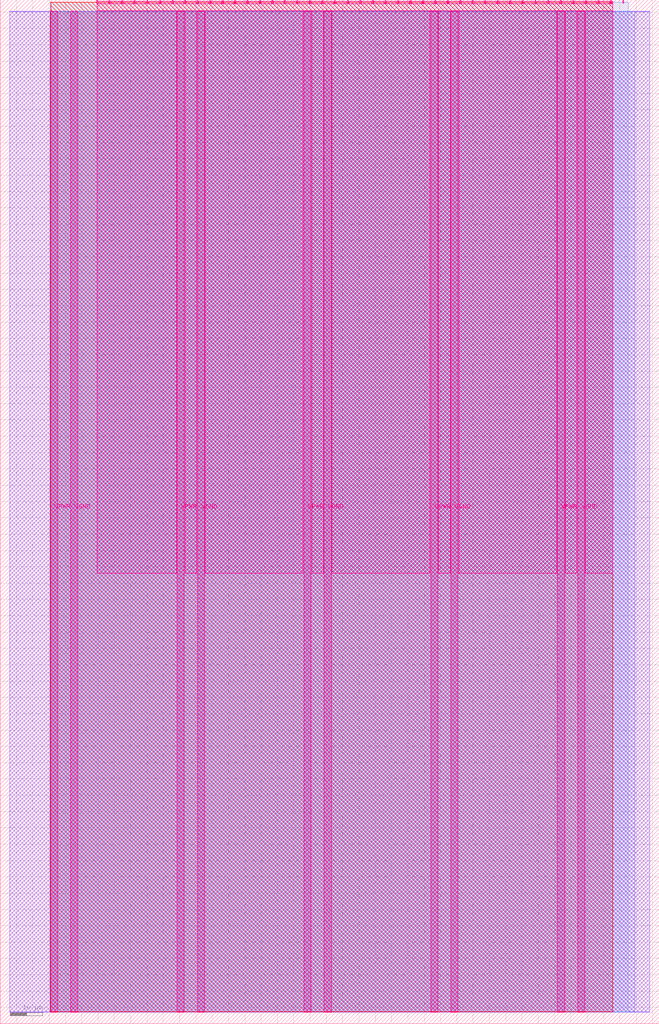
<source format=lef>
VERSION 5.7 ;
  NOWIREEXTENSIONATPIN ON ;
  DIVIDERCHAR "/" ;
  BUSBITCHARS "[]" ;
MACRO tt_um_dlmiles_tt08_poc_uart
  CLASS BLOCK ;
  FOREIGN tt_um_dlmiles_tt08_poc_uart ;
  ORIGIN 0.000 0.000 ;
  SIZE 202.080 BY 313.740 ;
  PIN VGND
    DIRECTION INOUT ;
    USE GROUND ;
    PORT
      LAYER Metal5 ;
        RECT 21.580 3.560 23.780 310.180 ;
    END
    PORT
      LAYER Metal5 ;
        RECT 60.450 3.560 62.650 310.180 ;
    END
    PORT
      LAYER Metal5 ;
        RECT 99.320 3.560 101.520 310.180 ;
    END
    PORT
      LAYER Metal5 ;
        RECT 138.190 3.560 140.390 310.180 ;
    END
    PORT
      LAYER Metal5 ;
        RECT 177.060 3.560 179.260 310.180 ;
    END
  END VGND
  PIN VPWR
    DIRECTION INOUT ;
    USE POWER ;
    PORT
      LAYER Metal5 ;
        RECT 15.380 3.560 17.580 310.180 ;
    END
    PORT
      LAYER Metal5 ;
        RECT 54.250 3.560 56.450 310.180 ;
    END
    PORT
      LAYER Metal5 ;
        RECT 93.120 3.560 95.320 310.180 ;
    END
    PORT
      LAYER Metal5 ;
        RECT 131.990 3.560 134.190 310.180 ;
    END
    PORT
      LAYER Metal5 ;
        RECT 170.860 3.560 173.060 310.180 ;
    END
  END VPWR
  PIN clk
    DIRECTION INPUT ;
    USE SIGNAL ;
    ANTENNAGATEAREA 0.426400 ;
    PORT
      LAYER Metal5 ;
        RECT 187.050 312.740 187.350 313.740 ;
    END
  END clk
  PIN ena
    DIRECTION INPUT ;
    USE SIGNAL ;
    PORT
      LAYER Metal5 ;
        RECT 190.890 312.740 191.190 313.740 ;
    END
  END ena
  PIN rst_n
    DIRECTION INPUT ;
    USE SIGNAL ;
    ANTENNAGATEAREA 0.180700 ;
    PORT
      LAYER Metal5 ;
        RECT 183.210 312.740 183.510 313.740 ;
    END
  END rst_n
  PIN ui_in[0]
    DIRECTION INPUT ;
    USE SIGNAL ;
    PORT
      LAYER Metal5 ;
        RECT 179.370 312.740 179.670 313.740 ;
    END
  END ui_in[0]
  PIN ui_in[1]
    DIRECTION INPUT ;
    USE SIGNAL ;
    ANTENNAGATEAREA 0.213200 ;
    PORT
      LAYER Metal5 ;
        RECT 175.530 312.740 175.830 313.740 ;
    END
  END ui_in[1]
  PIN ui_in[2]
    DIRECTION INPUT ;
    USE SIGNAL ;
    ANTENNAGATEAREA 0.213200 ;
    PORT
      LAYER Metal5 ;
        RECT 171.690 312.740 171.990 313.740 ;
    END
  END ui_in[2]
  PIN ui_in[3]
    DIRECTION INPUT ;
    USE SIGNAL ;
    PORT
      LAYER Metal5 ;
        RECT 167.850 312.740 168.150 313.740 ;
    END
  END ui_in[3]
  PIN ui_in[4]
    DIRECTION INPUT ;
    USE SIGNAL ;
    ANTENNAGATEAREA 0.180700 ;
    PORT
      LAYER Metal5 ;
        RECT 164.010 312.740 164.310 313.740 ;
    END
  END ui_in[4]
  PIN ui_in[5]
    DIRECTION INPUT ;
    USE SIGNAL ;
    ANTENNAGATEAREA 0.213200 ;
    PORT
      LAYER Metal5 ;
        RECT 160.170 312.740 160.470 313.740 ;
    END
  END ui_in[5]
  PIN ui_in[6]
    DIRECTION INPUT ;
    USE SIGNAL ;
    ANTENNAGATEAREA 0.180700 ;
    PORT
      LAYER Metal5 ;
        RECT 156.330 312.740 156.630 313.740 ;
    END
  END ui_in[6]
  PIN ui_in[7]
    DIRECTION INPUT ;
    USE SIGNAL ;
    ANTENNAGATEAREA 0.180700 ;
    PORT
      LAYER Metal5 ;
        RECT 152.490 312.740 152.790 313.740 ;
    END
  END ui_in[7]
  PIN uio_in[0]
    DIRECTION INPUT ;
    USE SIGNAL ;
    ANTENNAGATEAREA 0.314600 ;
    PORT
      LAYER Metal5 ;
        RECT 148.650 312.740 148.950 313.740 ;
    END
  END uio_in[0]
  PIN uio_in[1]
    DIRECTION INPUT ;
    USE SIGNAL ;
    ANTENNAGATEAREA 0.213200 ;
    PORT
      LAYER Metal5 ;
        RECT 144.810 312.740 145.110 313.740 ;
    END
  END uio_in[1]
  PIN uio_in[2]
    DIRECTION INPUT ;
    USE SIGNAL ;
    ANTENNAGATEAREA 0.213200 ;
    PORT
      LAYER Metal5 ;
        RECT 140.970 312.740 141.270 313.740 ;
    END
  END uio_in[2]
  PIN uio_in[3]
    DIRECTION INPUT ;
    USE SIGNAL ;
    ANTENNAGATEAREA 0.213200 ;
    PORT
      LAYER Metal5 ;
        RECT 137.130 312.740 137.430 313.740 ;
    END
  END uio_in[3]
  PIN uio_in[4]
    DIRECTION INPUT ;
    USE SIGNAL ;
    ANTENNAGATEAREA 0.213200 ;
    PORT
      LAYER Metal5 ;
        RECT 133.290 312.740 133.590 313.740 ;
    END
  END uio_in[4]
  PIN uio_in[5]
    DIRECTION INPUT ;
    USE SIGNAL ;
    ANTENNAGATEAREA 0.213200 ;
    PORT
      LAYER Metal5 ;
        RECT 129.450 312.740 129.750 313.740 ;
    END
  END uio_in[5]
  PIN uio_in[6]
    DIRECTION INPUT ;
    USE SIGNAL ;
    ANTENNAGATEAREA 0.213200 ;
    PORT
      LAYER Metal5 ;
        RECT 125.610 312.740 125.910 313.740 ;
    END
  END uio_in[6]
  PIN uio_in[7]
    DIRECTION INPUT ;
    USE SIGNAL ;
    ANTENNAGATEAREA 0.180700 ;
    PORT
      LAYER Metal5 ;
        RECT 121.770 312.740 122.070 313.740 ;
    END
  END uio_in[7]
  PIN uio_oe[0]
    DIRECTION OUTPUT ;
    USE SIGNAL ;
    ANTENNADIFFAREA 0.654800 ;
    PORT
      LAYER Metal5 ;
        RECT 56.490 312.740 56.790 313.740 ;
    END
  END uio_oe[0]
  PIN uio_oe[1]
    DIRECTION OUTPUT ;
    USE SIGNAL ;
    ANTENNADIFFAREA 0.654800 ;
    PORT
      LAYER Metal5 ;
        RECT 52.650 312.740 52.950 313.740 ;
    END
  END uio_oe[1]
  PIN uio_oe[2]
    DIRECTION OUTPUT ;
    USE SIGNAL ;
    ANTENNADIFFAREA 0.654800 ;
    PORT
      LAYER Metal5 ;
        RECT 48.810 312.740 49.110 313.740 ;
    END
  END uio_oe[2]
  PIN uio_oe[3]
    DIRECTION OUTPUT ;
    USE SIGNAL ;
    ANTENNADIFFAREA 0.654800 ;
    PORT
      LAYER Metal5 ;
        RECT 44.970 312.740 45.270 313.740 ;
    END
  END uio_oe[3]
  PIN uio_oe[4]
    DIRECTION OUTPUT ;
    USE SIGNAL ;
    ANTENNADIFFAREA 0.654800 ;
    PORT
      LAYER Metal5 ;
        RECT 41.130 312.740 41.430 313.740 ;
    END
  END uio_oe[4]
  PIN uio_oe[5]
    DIRECTION OUTPUT ;
    USE SIGNAL ;
    ANTENNADIFFAREA 0.654800 ;
    PORT
      LAYER Metal5 ;
        RECT 37.290 312.740 37.590 313.740 ;
    END
  END uio_oe[5]
  PIN uio_oe[6]
    DIRECTION OUTPUT ;
    USE SIGNAL ;
    ANTENNADIFFAREA 0.654800 ;
    PORT
      LAYER Metal5 ;
        RECT 33.450 312.740 33.750 313.740 ;
    END
  END uio_oe[6]
  PIN uio_oe[7]
    DIRECTION OUTPUT ;
    USE SIGNAL ;
    ANTENNADIFFAREA 0.654800 ;
    PORT
      LAYER Metal5 ;
        RECT 29.610 312.740 29.910 313.740 ;
    END
  END uio_oe[7]
  PIN uio_out[0]
    DIRECTION OUTPUT ;
    USE SIGNAL ;
    ANTENNADIFFAREA 0.958400 ;
    PORT
      LAYER Metal5 ;
        RECT 87.210 312.740 87.510 313.740 ;
    END
  END uio_out[0]
  PIN uio_out[1]
    DIRECTION OUTPUT ;
    USE SIGNAL ;
    ANTENNADIFFAREA 0.958400 ;
    PORT
      LAYER Metal5 ;
        RECT 83.370 312.740 83.670 313.740 ;
    END
  END uio_out[1]
  PIN uio_out[2]
    DIRECTION OUTPUT ;
    USE SIGNAL ;
    ANTENNADIFFAREA 0.958400 ;
    PORT
      LAYER Metal5 ;
        RECT 79.530 312.740 79.830 313.740 ;
    END
  END uio_out[2]
  PIN uio_out[3]
    DIRECTION OUTPUT ;
    USE SIGNAL ;
    ANTENNADIFFAREA 0.958400 ;
    PORT
      LAYER Metal5 ;
        RECT 75.690 312.740 75.990 313.740 ;
    END
  END uio_out[3]
  PIN uio_out[4]
    DIRECTION OUTPUT ;
    USE SIGNAL ;
    ANTENNADIFFAREA 0.958400 ;
    PORT
      LAYER Metal5 ;
        RECT 71.850 312.740 72.150 313.740 ;
    END
  END uio_out[4]
  PIN uio_out[5]
    DIRECTION OUTPUT ;
    USE SIGNAL ;
    ANTENNADIFFAREA 0.706800 ;
    PORT
      LAYER Metal5 ;
        RECT 68.010 312.740 68.310 313.740 ;
    END
  END uio_out[5]
  PIN uio_out[6]
    DIRECTION OUTPUT ;
    USE SIGNAL ;
    ANTENNADIFFAREA 0.958400 ;
    PORT
      LAYER Metal5 ;
        RECT 64.170 312.740 64.470 313.740 ;
    END
  END uio_out[6]
  PIN uio_out[7]
    DIRECTION OUTPUT ;
    USE SIGNAL ;
    ANTENNADIFFAREA 0.958400 ;
    PORT
      LAYER Metal5 ;
        RECT 60.330 312.740 60.630 313.740 ;
    END
  END uio_out[7]
  PIN uo_out[0]
    DIRECTION OUTPUT ;
    USE SIGNAL ;
    ANTENNADIFFAREA 0.299200 ;
    PORT
      LAYER Metal5 ;
        RECT 117.930 312.740 118.230 313.740 ;
    END
  END uo_out[0]
  PIN uo_out[1]
    DIRECTION OUTPUT ;
    USE SIGNAL ;
    ANTENNADIFFAREA 0.299200 ;
    PORT
      LAYER Metal5 ;
        RECT 114.090 312.740 114.390 313.740 ;
    END
  END uo_out[1]
  PIN uo_out[2]
    DIRECTION OUTPUT ;
    USE SIGNAL ;
    ANTENNADIFFAREA 0.299200 ;
    PORT
      LAYER Metal5 ;
        RECT 110.250 312.740 110.550 313.740 ;
    END
  END uo_out[2]
  PIN uo_out[3]
    DIRECTION OUTPUT ;
    USE SIGNAL ;
    ANTENNADIFFAREA 0.299200 ;
    PORT
      LAYER Metal5 ;
        RECT 106.410 312.740 106.710 313.740 ;
    END
  END uo_out[3]
  PIN uo_out[4]
    DIRECTION OUTPUT ;
    USE SIGNAL ;
    ANTENNADIFFAREA 0.299200 ;
    PORT
      LAYER Metal5 ;
        RECT 102.570 312.740 102.870 313.740 ;
    END
  END uo_out[4]
  PIN uo_out[5]
    DIRECTION OUTPUT ;
    USE SIGNAL ;
    ANTENNADIFFAREA 0.299200 ;
    PORT
      LAYER Metal5 ;
        RECT 98.730 312.740 99.030 313.740 ;
    END
  END uo_out[5]
  PIN uo_out[6]
    DIRECTION OUTPUT ;
    USE SIGNAL ;
    ANTENNADIFFAREA 0.299200 ;
    PORT
      LAYER Metal5 ;
        RECT 94.890 312.740 95.190 313.740 ;
    END
  END uo_out[6]
  PIN uo_out[7]
    DIRECTION OUTPUT ;
    USE SIGNAL ;
    ANTENNADIFFAREA 0.299200 ;
    PORT
      LAYER Metal5 ;
        RECT 91.050 312.740 91.350 313.740 ;
    END
  END uo_out[7]
  OBS
      LAYER GatPoly ;
        RECT 2.880 3.630 199.200 310.110 ;
      LAYER Metal1 ;
        RECT 2.880 3.560 199.200 310.180 ;
      LAYER Metal2 ;
        RECT 15.515 3.680 194.545 310.060 ;
      LAYER Metal3 ;
        RECT 15.560 3.635 192.580 313.045 ;
      LAYER Metal4 ;
        RECT 15.515 3.680 187.825 313.000 ;
      LAYER Metal5 ;
        RECT 30.120 312.530 33.240 313.340 ;
        RECT 33.960 312.530 37.080 313.340 ;
        RECT 37.800 312.530 40.920 313.340 ;
        RECT 41.640 312.530 44.760 313.340 ;
        RECT 45.480 312.530 48.600 313.340 ;
        RECT 49.320 312.530 52.440 313.340 ;
        RECT 53.160 312.530 56.280 313.340 ;
        RECT 57.000 312.530 60.120 313.340 ;
        RECT 60.840 312.530 63.960 313.340 ;
        RECT 64.680 312.530 67.800 313.340 ;
        RECT 68.520 312.530 71.640 313.340 ;
        RECT 72.360 312.530 75.480 313.340 ;
        RECT 76.200 312.530 79.320 313.340 ;
        RECT 80.040 312.530 83.160 313.340 ;
        RECT 83.880 312.530 87.000 313.340 ;
        RECT 87.720 312.530 90.840 313.340 ;
        RECT 91.560 312.530 94.680 313.340 ;
        RECT 95.400 312.530 98.520 313.340 ;
        RECT 99.240 312.530 102.360 313.340 ;
        RECT 103.080 312.530 106.200 313.340 ;
        RECT 106.920 312.530 110.040 313.340 ;
        RECT 110.760 312.530 113.880 313.340 ;
        RECT 114.600 312.530 117.720 313.340 ;
        RECT 118.440 312.530 121.560 313.340 ;
        RECT 122.280 312.530 125.400 313.340 ;
        RECT 126.120 312.530 129.240 313.340 ;
        RECT 129.960 312.530 133.080 313.340 ;
        RECT 133.800 312.530 136.920 313.340 ;
        RECT 137.640 312.530 140.760 313.340 ;
        RECT 141.480 312.530 144.600 313.340 ;
        RECT 145.320 312.530 148.440 313.340 ;
        RECT 149.160 312.530 152.280 313.340 ;
        RECT 153.000 312.530 156.120 313.340 ;
        RECT 156.840 312.530 159.960 313.340 ;
        RECT 160.680 312.530 163.800 313.340 ;
        RECT 164.520 312.530 167.640 313.340 ;
        RECT 168.360 312.530 171.480 313.340 ;
        RECT 172.200 312.530 175.320 313.340 ;
        RECT 176.040 312.530 179.160 313.340 ;
        RECT 179.880 312.530 183.000 313.340 ;
        RECT 183.720 312.530 186.840 313.340 ;
        RECT 187.560 312.530 187.780 313.340 ;
        RECT 29.660 310.390 187.780 312.530 ;
        RECT 29.660 138.035 54.040 310.390 ;
        RECT 56.660 138.035 60.240 310.390 ;
        RECT 62.860 138.035 92.910 310.390 ;
        RECT 95.530 138.035 99.110 310.390 ;
        RECT 101.730 138.035 131.780 310.390 ;
        RECT 134.400 138.035 137.980 310.390 ;
        RECT 140.600 138.035 170.650 310.390 ;
        RECT 173.270 138.035 176.850 310.390 ;
        RECT 179.470 138.035 187.780 310.390 ;
  END
END tt_um_dlmiles_tt08_poc_uart
END LIBRARY


</source>
